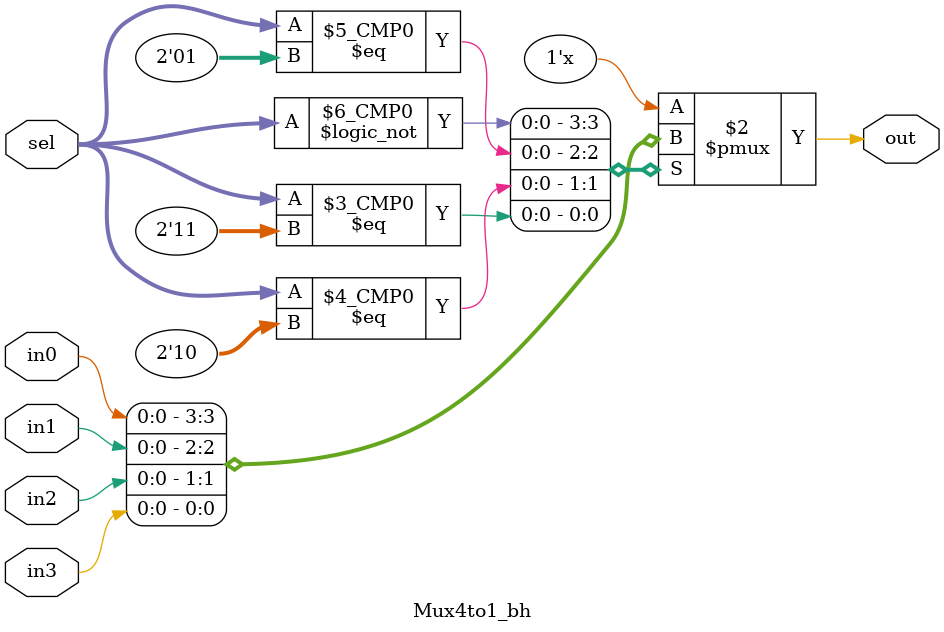
<source format=v>
module Mux4to1_bh 
(
    input wire [1:0] sel,
    input wire in0,in1,in2,in3,
    output reg out
);
always @(*) begin
    case(sel)
    2'b00: out =in0;
    2'b01: out =in1;
    2'b10: out =in2;
    2'b11: out =in3;
    endcase
end
    
endmodule
</source>
